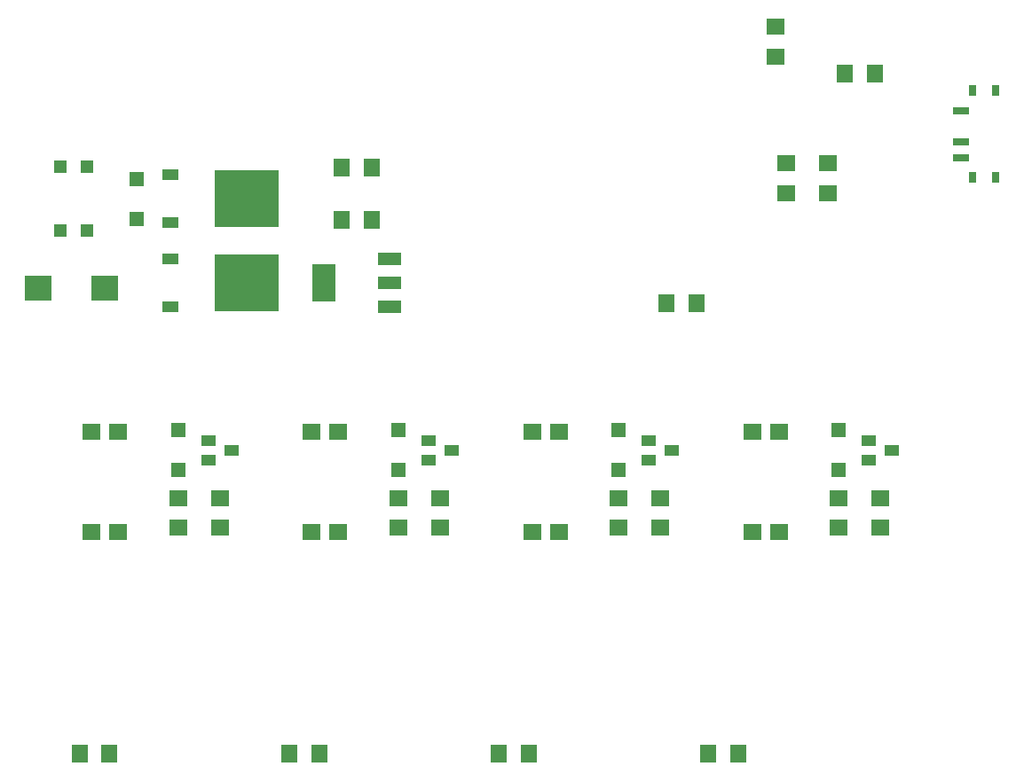
<source format=gbr>
G04 EAGLE Gerber RS-274X export*
G75*
%MOMM*%
%FSLAX34Y34*%
%LPD*%
%INSolderpaste Bottom*%
%IPPOS*%
%AMOC8*
5,1,8,0,0,1.08239X$1,22.5*%
G01*
%ADD10R,1.200000X1.200000*%
%ADD11R,2.235200X1.219200*%
%ADD12R,2.200000X3.600000*%
%ADD13R,1.600000X1.803000*%
%ADD14R,1.803000X1.600000*%
%ADD15R,2.600000X2.400000*%
%ADD16R,6.200000X5.400000*%
%ADD17R,1.600000X1.000000*%
%ADD18R,1.400000X1.400000*%
%ADD19R,1.780000X1.550000*%
%ADD20R,1.400000X1.000000*%
%ADD21R,0.800000X1.000000*%
%ADD22R,1.500000X0.700000*%


D10*
X87000Y559500D03*
X113000Y559500D03*
X113000Y620500D03*
X87000Y620500D03*
D11*
X400988Y533114D03*
X400988Y510000D03*
X400988Y486886D03*
D12*
X339010Y510000D03*
D13*
X384220Y620000D03*
X355780Y620000D03*
D14*
X820000Y624220D03*
X820000Y595780D03*
D15*
X130000Y505000D03*
X66000Y505000D03*
D13*
X384220Y570000D03*
X355780Y570000D03*
D14*
X780000Y624220D03*
X780000Y595780D03*
X770000Y725780D03*
X770000Y754220D03*
D16*
X265000Y510000D03*
D17*
X192000Y487200D03*
X192000Y532800D03*
D18*
X160000Y609000D03*
X160000Y571000D03*
D13*
X864220Y710000D03*
X835780Y710000D03*
D16*
X265000Y590000D03*
D17*
X192000Y567200D03*
X192000Y612800D03*
D19*
X117300Y367700D03*
X142700Y367700D03*
X142700Y272300D03*
X117300Y272300D03*
D20*
X251000Y350000D03*
X229000Y359500D03*
X229000Y340500D03*
D18*
X200000Y331000D03*
X200000Y369000D03*
D14*
X200000Y275780D03*
X200000Y304220D03*
D19*
X327300Y367700D03*
X352700Y367700D03*
X352700Y272300D03*
X327300Y272300D03*
D20*
X461000Y350000D03*
X439000Y359500D03*
X439000Y340500D03*
D18*
X410000Y331000D03*
X410000Y369000D03*
D14*
X410000Y275780D03*
X410000Y304220D03*
D19*
X537300Y367700D03*
X562700Y367700D03*
X562700Y272300D03*
X537300Y272300D03*
D20*
X671000Y350000D03*
X649000Y359500D03*
X649000Y340500D03*
D18*
X620000Y331000D03*
X620000Y369000D03*
D14*
X620000Y275780D03*
X620000Y304220D03*
D19*
X747300Y367700D03*
X772700Y367700D03*
X772700Y272300D03*
X747300Y272300D03*
D20*
X881000Y350000D03*
X859000Y359500D03*
X859000Y340500D03*
D18*
X830000Y331000D03*
X830000Y369000D03*
D14*
X830000Y275780D03*
X830000Y304220D03*
X240000Y275780D03*
X240000Y304220D03*
X450000Y275780D03*
X450000Y304220D03*
X660000Y275780D03*
X660000Y304220D03*
X870000Y275780D03*
X870000Y304220D03*
D13*
X665780Y490000D03*
X694220Y490000D03*
D21*
X958000Y693500D03*
X980000Y693500D03*
X980000Y610500D03*
X958000Y610500D03*
D22*
X946500Y674500D03*
X946500Y644500D03*
X946500Y629500D03*
D13*
X134220Y60000D03*
X105780Y60000D03*
X334220Y60000D03*
X305780Y60000D03*
X534220Y60000D03*
X505780Y60000D03*
X734220Y60000D03*
X705780Y60000D03*
M02*

</source>
